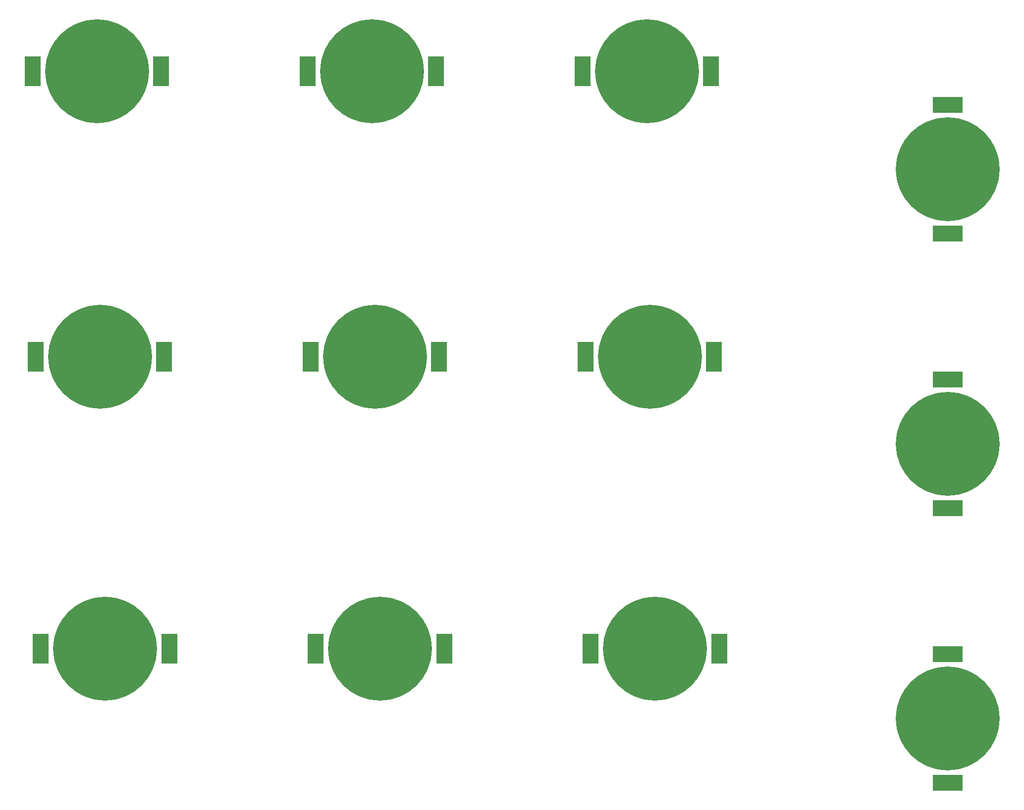
<source format=gbp>
%FSTAX23Y23*%
%MOIN*%
%SFA1B1*%

%IPPOS*%
%AMD65*
4,1,8,0.000000,0.350000,0.000000,0.350000,-0.350000,0.000000,-0.350000,0.000000,0.000000,-0.350000,0.000000,-0.350000,0.350000,0.000000,0.350000,0.000000,0.000000,0.350000,0.0*
1,1,0.700000,0.000000,0.000000*
1,1,0.700000,0.000000,0.000000*
1,1,0.700000,0.000000,0.000000*
1,1,0.700000,0.000000,0.000000*
%
%AMD67*
4,1,8,-0.350000,0.000000,-0.350000,0.000000,0.000000,-0.350000,0.000000,-0.350000,0.350000,0.000000,0.350000,0.000000,0.000000,0.350000,0.000000,0.350000,-0.350000,0.000000,0.0*
1,1,0.700000,0.000000,0.000000*
1,1,0.700000,0.000000,0.000000*
1,1,0.700000,0.000000,0.000000*
1,1,0.700000,0.000000,0.000000*
%
G04~CAMADD=65~8~0.0~0.0~7000.0~7000.0~3500.0~0.0~15~0.0~0.0~0.0~0.0~0~0.0~0.0~0.0~0.0~0~0.0~0.0~0.0~0.0~7000.0~7000.0*
%ADD65D65*%
%ADD66R,0.109840X0.200000*%
G04~CAMADD=67~8~0.0~0.0~7000.0~7000.0~3500.0~0.0~15~0.0~0.0~0.0~0.0~0~0.0~0.0~0.0~0.0~0~0.0~0.0~0.0~90.0~7000.0~6999.0*
%ADD67D67*%
%ADD68R,0.200000X0.109840*%
%LNmergedpcbs-1*%
%LPD*%
G54D65*
X34605Y25585D03*
X36455D03*
X38305D03*
X3457Y2755D03*
X3642D03*
X3827D03*
X3455Y29475D03*
X364D03*
X3825D03*
G54D66*
X35037Y25585D03*
X34172D03*
X36887D03*
X36022D03*
X38737D03*
X37872D03*
X35002Y2755D03*
X34137D03*
X36852D03*
X35987D03*
X38702D03*
X37837D03*
X34982Y29475D03*
X34117D03*
X36832D03*
X35967D03*
X38682D03*
X37817D03*
G54D67*
X40275Y25115D03*
Y26965D03*
Y28815D03*
G54D68*
X40275Y25547D03*
Y24682D03*
Y27397D03*
Y26532D03*
Y29247D03*
Y28382D03*
M02*
</source>
